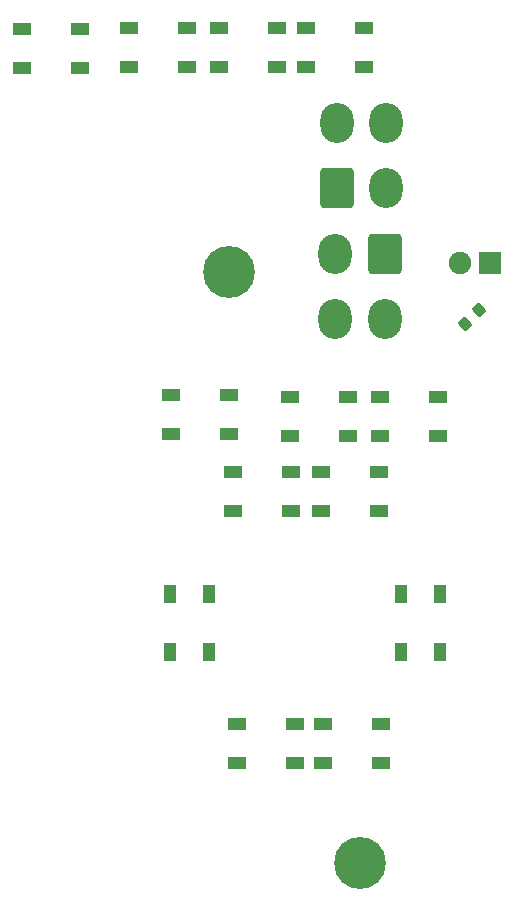
<source format=gbr>
%TF.GenerationSoftware,KiCad,Pcbnew,(6.0.9)*%
%TF.CreationDate,2023-01-06T08:45:20-09:00*%
%TF.ProjectId,AV COOL PANEL,41562043-4f4f-44c2-9050-414e454c2e6b,rev?*%
%TF.SameCoordinates,Original*%
%TF.FileFunction,Soldermask,Top*%
%TF.FilePolarity,Negative*%
%FSLAX46Y46*%
G04 Gerber Fmt 4.6, Leading zero omitted, Abs format (unit mm)*
G04 Created by KiCad (PCBNEW (6.0.9)) date 2023-01-06 08:45:20*
%MOMM*%
%LPD*%
G01*
G04 APERTURE LIST*
G04 Aperture macros list*
%AMRoundRect*
0 Rectangle with rounded corners*
0 $1 Rounding radius*
0 $2 $3 $4 $5 $6 $7 $8 $9 X,Y pos of 4 corners*
0 Add a 4 corners polygon primitive as box body*
4,1,4,$2,$3,$4,$5,$6,$7,$8,$9,$2,$3,0*
0 Add four circle primitives for the rounded corners*
1,1,$1+$1,$2,$3*
1,1,$1+$1,$4,$5*
1,1,$1+$1,$6,$7*
1,1,$1+$1,$8,$9*
0 Add four rect primitives between the rounded corners*
20,1,$1+$1,$2,$3,$4,$5,0*
20,1,$1+$1,$4,$5,$6,$7,0*
20,1,$1+$1,$6,$7,$8,$9,0*
20,1,$1+$1,$8,$9,$2,$3,0*%
G04 Aperture macros list end*
%ADD10RoundRect,0.250000X-0.053033X0.335876X-0.335876X0.053033X0.053033X-0.335876X0.335876X-0.053033X0*%
%ADD11RoundRect,0.050000X-0.750000X-0.450000X0.750000X-0.450000X0.750000X0.450000X-0.750000X0.450000X0*%
%ADD12RoundRect,0.050000X0.450000X-0.750000X0.450000X0.750000X-0.450000X0.750000X-0.450000X-0.750000X0*%
%ADD13RoundRect,0.050000X-0.450000X0.750000X-0.450000X-0.750000X0.450000X-0.750000X0.450000X0.750000X0*%
%ADD14C,4.400000*%
%ADD15RoundRect,0.050000X0.900000X0.900000X-0.900000X0.900000X-0.900000X-0.900000X0.900000X-0.900000X0*%
%ADD16C,1.900000*%
%ADD17RoundRect,0.300001X-1.099999X-1.399999X1.099999X-1.399999X1.099999X1.399999X-1.099999X1.399999X0*%
%ADD18O,2.800000X3.400000*%
%ADD19RoundRect,0.300001X1.099999X1.399999X-1.099999X1.399999X-1.099999X-1.399999X1.099999X-1.399999X0*%
G04 APERTURE END LIST*
D10*
%TO.C,R1*%
X249044210Y-61089790D03*
X247877484Y-62256516D03*
%TD*%
D11*
%TO.C,D2*%
X210312000Y-37288000D03*
X210312000Y-40588000D03*
X215212000Y-40588000D03*
X215212000Y-37288000D03*
%TD*%
%TO.C,D3*%
X219382000Y-37212000D03*
X219382000Y-40512000D03*
X224282000Y-40512000D03*
X224282000Y-37212000D03*
%TD*%
%TO.C,D4*%
X227002000Y-37212000D03*
X227002000Y-40512000D03*
X231902000Y-40512000D03*
X231902000Y-37212000D03*
%TD*%
%TO.C,D5*%
X234368000Y-37212000D03*
X234368000Y-40512000D03*
X239268000Y-40512000D03*
X239268000Y-37212000D03*
%TD*%
%TO.C,D6*%
X222938000Y-68276000D03*
X222938000Y-71576000D03*
X227838000Y-71576000D03*
X227838000Y-68276000D03*
%TD*%
%TO.C,D7*%
X233008000Y-68454000D03*
X233008000Y-71754000D03*
X237908000Y-71754000D03*
X237908000Y-68454000D03*
%TD*%
%TO.C,D8*%
X240628000Y-68454000D03*
X240628000Y-71754000D03*
X245528000Y-71754000D03*
X245528000Y-68454000D03*
%TD*%
%TO.C,D9*%
X228182000Y-74804000D03*
X228182000Y-78104000D03*
X233082000Y-78104000D03*
X233082000Y-74804000D03*
%TD*%
%TO.C,D10*%
X235638000Y-74804000D03*
X235638000Y-78104000D03*
X240538000Y-78104000D03*
X240538000Y-74804000D03*
%TD*%
D12*
%TO.C,D11*%
X242444000Y-90080000D03*
X245744000Y-90080000D03*
X245744000Y-85180000D03*
X242444000Y-85180000D03*
%TD*%
D11*
%TO.C,D12*%
X235802000Y-96140000D03*
X235802000Y-99440000D03*
X240702000Y-99440000D03*
X240702000Y-96140000D03*
%TD*%
%TO.C,D13*%
X228526000Y-96140000D03*
X228526000Y-99440000D03*
X233426000Y-99440000D03*
X233426000Y-96140000D03*
%TD*%
D13*
%TO.C,D14*%
X226186000Y-85180000D03*
X222886000Y-85180000D03*
X222886000Y-90080000D03*
X226186000Y-90080000D03*
%TD*%
D14*
%TO.C,REF\u002A\u002A*%
X227838000Y-57912000D03*
%TD*%
%TO.C,REF\u002A\u002A*%
X238950519Y-107950010D03*
%TD*%
D15*
%TO.C,D1*%
X249936000Y-57150000D03*
D16*
X247396000Y-57150000D03*
%TD*%
D17*
%TO.C,J1*%
X236982000Y-50800000D03*
D18*
X241182000Y-50800000D03*
X236982000Y-45300000D03*
X241182000Y-45300000D03*
%TD*%
D19*
%TO.C,J2*%
X241046000Y-56388000D03*
D18*
X236846000Y-56388000D03*
X241046000Y-61888000D03*
X236846000Y-61888000D03*
%TD*%
M02*

</source>
